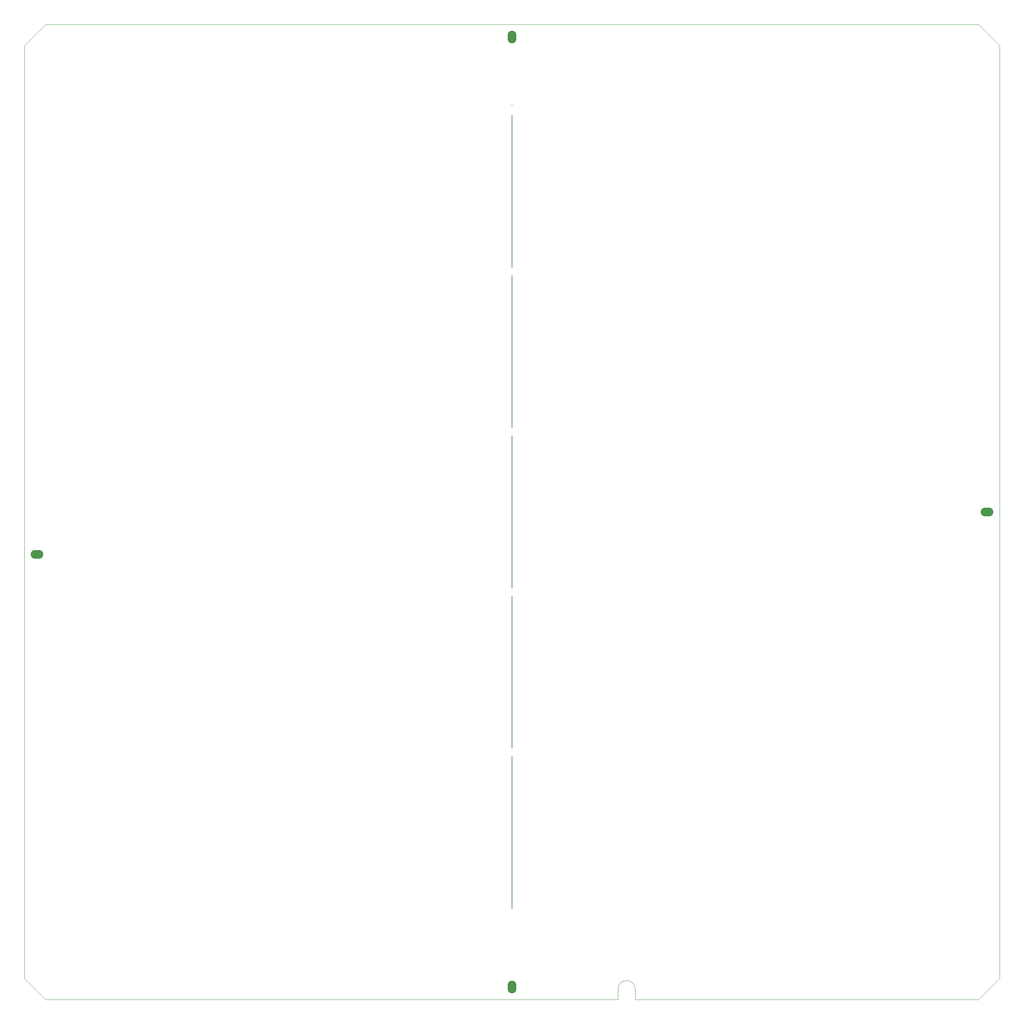
<source format=gbr>
G04 created by R. Pogge 2011 May 3 *
G04 MODS LS60x5x0.3 Mask *

%FSLAX33Y33*%
%MOMM*%
%SFA1.0B1.0*%

G04 Aperture Definition *
%ADD10C,0.0*%
%ADD11R,0.180X36.000*%
%ADD12C,0.180*%
%ADD501R,0.150X0.700*%
%ADD502R,0.700X0.150*%
%ADD521O,3.000X2.050*%
%ADD522O,2.050X3.000*%

%LNMASK*%
%LPD*%
G04 Slits *
G54D11*
X120000Y120000D03*
G54D11*
X120000Y157800D03*
G54D11*
X120000Y195600D03*
G54D11*
X120000Y82200D03*
G54D11*
X120000Y44400D03*
G54D12*
X120000Y216000D03*

G04 Centering Holes *
G54D521*
X232000Y120000D03*
X8000Y110000D03*
G54D522*
X120000Y232000D03*
X120000Y8000D03*
G54D10*

G04 Mask Countour *
G01X5000Y10000D02*
X10000Y5000D01*
X145000Y5000D01*
X145000Y7500D01*
G75*
G02X149000Y7500I2000J0D01*
G01X149000Y5000D01*
X230000Y5000D01*
X235000Y10000D01*
X235000Y230000D01*
X230000Y235000D01*
X10000Y235000D01*
X5000Y230000D01*
X5000Y10000D01*
M02*

</source>
